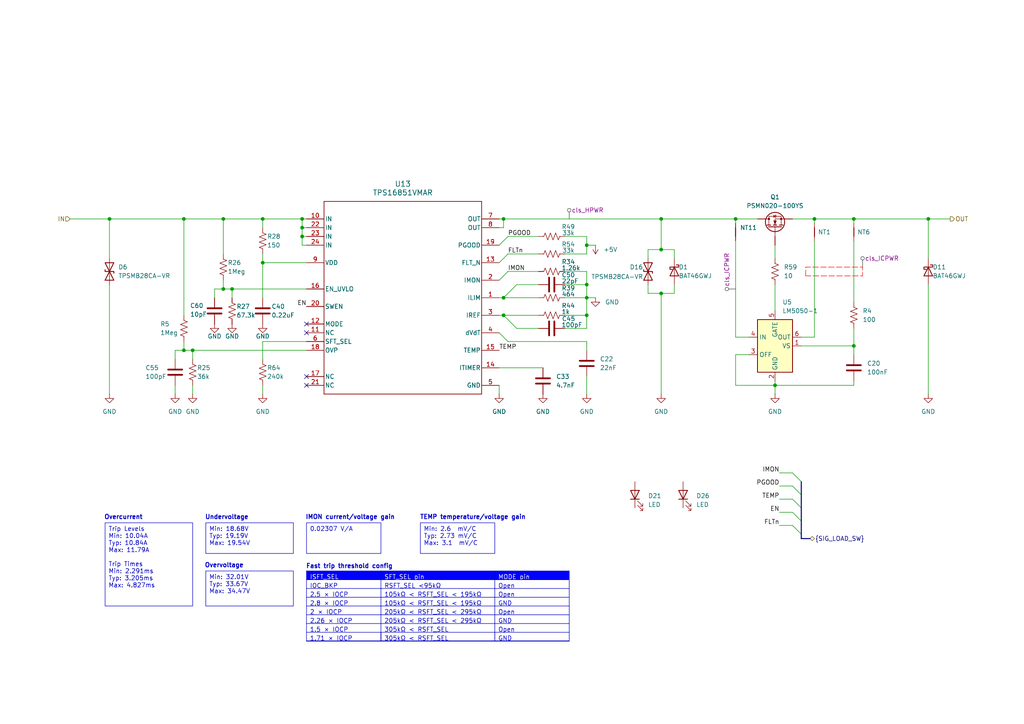
<source format=kicad_sch>
(kicad_sch (version 20250114) (generator "eeschema") (generator_version "9.0")
  (paper "A4")
  (title_block (title "Load Switch") (rev "1") (company "Solar Airplane") (comment 1 "Engineer: Ezzat Suhaime") (comment 2 "Reviewer: "))
  (bus_alias "SIG_LOAD_SW" (members "IMON" "PGOOD" "TEMP" "EN" "FLTn"))
  (text "Overvoltage" (at 65.024 164.084 0) (effects (font (size 1.27 1.27) (thickness 0.254) (bold yes))))
  (text "IMON current/voltage gain\n\n" (at 101.6 151.13 0) (effects (font (size 1.27 1.27) (thickness 0.254) (bold yes))))
  (text "Fast trip threshold config" (at 101.346 164.338 0) (effects (font (size 1.27 1.27) (thickness 0.254) (bold yes))))
  (text "Undervoltage\n" (at 65.786 150.114 0) (effects (font (size 1.27 1.27) (thickness 0.254) (bold yes))))
  (text "TEMP temperature/voltage gain\n\n" (at 137.16 151.13 0) (effects (font (size 1.27 1.27) (thickness 0.254) (bold yes))))
  (text "Overcurrent" (at 35.814 150.114 0) (effects (font (size 1.27 1.27) (thickness 0.254) (bold yes))))
  (text_box "Min: 2.6  mV/C\nTyp: 2.73 mV/C\nMax: 3.1  mV/C" (at 121.92 151.638 0) (size 21.59 8.89) (margins 0.9525 0.9525 0.9525 0.9525) (effects (font (size 1.27 1.27)) (justify left top)))
  (text_box "Min: 18.68V\nTyp: 19.19V\nMax: 19.54V\n" (at 59.69 151.638 0) (size 25.4 8.89) (margins 0.9525 0.9525 0.9525 0.9525) (effects (font (size 1.27 1.27) (thickness 0.1588)) (justify left top)))
  (text_box "Trip Levels\nMin: 10.04A\nTyp: 10.84A\nMax: 11.79A\n\nTrip Times\nMin: 2.291ms\nTyp: 3.205ms\nMax: 4.827ms" (at 30.48 151.638 0) (size 25.4 24.13) (margins 0.9525 0.9525 0.9525 0.9525) (effects (font (size 1.27 1.27) (thickness 0.1588)) (justify left top)))
  (text_box "Min: 32.01V\nTyp: 33.67V\nMax: 34.47V" (at 59.69 165.608 0) (size 25.4 10.16) (margins 0.9525 0.9525 0.9525 0.9525) (effects (font (size 1.27 1.27) (thickness 0.1588)) (justify left top)))
  (text_box "0.02307 V/A" (at 88.9 151.638 0) (size 21.59 8.89) (margins 0.9525 0.9525 0.9525 0.9525) (effects (font (size 1.27 1.27)) (justify left top)))
  (junction (at 64.77 63.5))
  (junction (at 146.05 91.44))
  (junction (at 87.63 66.04))
  (junction (at 87.63 63.5))
  (junction (at 247.65 100.33))
  (junction (at 224.79 111.76))
  (junction (at 55.88 101.6))
  (junction (at 247.65 63.5))
  (junction (at 191.77 63.5))
  (junction (at 191.77 85.09))
  (junction (at 31.75 63.5))
  (junction (at 76.2 76.2))
  (junction (at 53.34 101.6))
  (junction (at 64.77 83.82))
  (junction (at 170.18 86.36))
  (junction (at 236.22 63.5))
  (junction (at 269.24 63.5))
  (junction (at 146.05 86.36))
  (junction (at 76.2 63.5))
  (junction (at 191.77 72.39))
  (junction (at 213.36 63.5))
  (junction (at 170.18 91.44))
  (junction (at 146.05 63.5))
  (junction (at 53.34 63.5))
  (junction (at 87.63 68.58))
  (junction (at 67.31 83.82))
  (junction (at 170.18 82.55))
  (junction (at 170.18 71.12))
  (no_connect (at 88.9 96.52))
  (no_connect (at 88.9 109.22))
  (no_connect (at 88.9 111.76))
  (no_connect (at 88.9 93.98))
  (bus_entry (at 229.87 144.78) (size 2.54 2.54))
  (bus_entry (at 229.87 152.4) (size 2.54 2.54))
  (bus_entry (at 229.87 137.16) (size 2.54 2.54))
  (bus_entry (at 229.87 148.59) (size 2.54 2.54))
  (bus_entry (at 229.87 140.97) (size 2.54 2.54))
  (wire (pts (xy 170.18 86.36) (xy 172.72 86.36)))
  (wire (pts (xy 217.17 97.79) (xy 213.36 97.79)))
  (wire (pts (xy 170.18 68.58) (xy 170.18 71.12)))
  (wire (pts (xy 269.24 63.5) (xy 275.59 63.5)))
  (wire (pts (xy 144.78 66.04) (xy 146.05 66.04)))
  (wire (pts (xy 144.78 114.3) (xy 144.78 111.76)))
  (wire (pts (xy 229.87 152.4) (xy 226.06 152.4)))
  (wire (pts (xy 191.77 72.39) (xy 195.58 72.39)))
  (wire (pts (xy 224.79 111.76) (xy 247.65 111.76)))
  (wire (pts (xy 224.79 110.49) (xy 224.79 111.76)))
  (wire (pts (xy 144.78 91.44) (xy 146.05 91.44)))
  (wire (pts (xy 170.18 91.44) (xy 170.18 95.25)))
  (wire (pts (xy 144.78 96.52) (xy 147.32 99.06)))
  (wire (pts (xy 236.22 63.5) (xy 247.65 63.5)))
  (bus (pts (xy 234.95 156.21) (xy 232.41 156.21)))
  (bus (pts (xy 232.41 154.94) (xy 232.41 156.21)))
  (wire (pts (xy 31.75 82.55) (xy 31.75 114.3)))
  (wire (pts (xy 50.8 111.76) (xy 50.8 114.3)))
  (wire (pts (xy 53.34 63.5) (xy 53.34 91.44)))
  (wire (pts (xy 170.18 71.12) (xy 172.72 71.12)))
  (wire (pts (xy 50.8 101.6) (xy 50.8 104.14)))
  (wire (pts (xy 213.36 64.77) (xy 213.36 63.5)))
  (wire (pts (xy 232.41 97.79) (xy 236.22 97.79)))
  (wire (pts (xy 87.63 66.04) (xy 88.9 66.04)))
  (wire (pts (xy 50.8 101.6) (xy 53.34 101.6)))
  (wire (pts (xy 87.63 63.5) (xy 88.9 63.5)))
  (wire (pts (xy 269.24 82.55) (xy 269.24 114.3)))
  (wire (pts (xy 147.32 68.58) (xy 156.21 68.58)))
  (wire (pts (xy 170.18 109.22) (xy 170.18 114.3)))
  (wire (pts (xy 76.2 99.06) (xy 88.9 99.06)))
  (wire (pts (xy 146.05 63.5) (xy 146.05 66.04)))
  (wire (pts (xy 236.22 64.77) (xy 236.22 63.5)))
  (wire (pts (xy 217.17 102.87) (xy 213.36 102.87)))
  (wire (pts (xy 62.23 83.82) (xy 64.77 83.82)))
  (wire (pts (xy 191.77 85.09) (xy 191.77 114.3)))
  (wire (pts (xy 149.86 95.25) (xy 146.05 91.44)))
  (wire (pts (xy 87.63 68.58) (xy 87.63 71.12)))
  (wire (pts (xy 224.79 74.93) (xy 224.79 71.12)))
  (wire (pts (xy 163.83 91.44) (xy 170.18 91.44)))
  (wire (pts (xy 76.2 63.5) (xy 76.2 66.04)))
  (wire (pts (xy 146.05 91.44) (xy 156.21 91.44)))
  (wire (pts (xy 53.34 63.5) (xy 64.77 63.5)))
  (wire (pts (xy 20.32 63.5) (xy 31.75 63.5)))
  (wire (pts (xy 195.58 72.39) (xy 195.58 74.93)))
  (wire (pts (xy 76.2 76.2) (xy 76.2 86.36)))
  (wire (pts (xy 187.96 82.55) (xy 187.96 85.09)))
  (wire (pts (xy 163.83 73.66) (xy 170.18 73.66)))
  (wire (pts (xy 64.77 81.28) (xy 64.77 83.82)))
  (wire (pts (xy 76.2 104.14) (xy 76.2 99.06)))
  (wire (pts (xy 191.77 63.5) (xy 213.36 63.5)))
  (wire (pts (xy 247.65 63.5) (xy 269.24 63.5)))
  (wire (pts (xy 163.83 86.36) (xy 170.18 86.36)))
  (wire (pts (xy 170.18 86.36) (xy 170.18 91.44)))
  (wire (pts (xy 236.22 69.85) (xy 236.22 97.79)))
  (wire (pts (xy 144.78 86.36) (xy 146.05 86.36)))
  (bus (pts (xy 232.41 143.51) (xy 232.41 147.32)))
  (wire (pts (xy 163.83 68.58) (xy 170.18 68.58)))
  (wire (pts (xy 144.78 106.68) (xy 157.48 106.68)))
  (wire (pts (xy 163.83 82.55) (xy 170.18 82.55)))
  (wire (pts (xy 53.34 99.06) (xy 53.34 101.6)))
  (wire (pts (xy 146.05 86.36) (xy 156.21 86.36)))
  (wire (pts (xy 229.87 140.97) (xy 226.06 140.97)))
  (wire (pts (xy 76.2 63.5) (xy 87.63 63.5)))
  (wire (pts (xy 62.23 83.82) (xy 62.23 86.36)))
  (wire (pts (xy 224.79 82.55) (xy 224.79 90.17)))
  (wire (pts (xy 64.77 63.5) (xy 64.77 73.66)))
  (wire (pts (xy 146.05 86.36) (xy 149.86 82.55)))
  (wire (pts (xy 67.31 83.82) (xy 64.77 83.82)))
  (bus (pts (xy 232.41 147.32) (xy 232.41 151.13)))
  (wire (pts (xy 195.58 82.55) (xy 195.58 85.09)))
  (wire (pts (xy 213.36 69.85) (xy 213.36 97.79)))
  (wire (pts (xy 163.83 78.74) (xy 170.18 78.74)))
  (wire (pts (xy 170.18 71.12) (xy 170.18 73.66)))
  (wire (pts (xy 191.77 85.09) (xy 195.58 85.09)))
  (wire (pts (xy 31.75 63.5) (xy 53.34 63.5)))
  (wire (pts (xy 269.24 63.5) (xy 269.24 74.93)))
  (wire (pts (xy 224.79 111.76) (xy 224.79 114.3)))
  (wire (pts (xy 147.32 73.66) (xy 156.21 73.66)))
  (wire (pts (xy 247.65 69.85) (xy 247.65 87.63)))
  (wire (pts (xy 144.78 71.12) (xy 147.32 68.58)))
  (wire (pts (xy 247.65 63.5) (xy 247.65 64.77)))
  (wire (pts (xy 213.36 102.87) (xy 213.36 111.76)))
  (wire (pts (xy 76.2 76.2) (xy 88.9 76.2)))
  (wire (pts (xy 213.36 63.5) (xy 219.71 63.5)))
  (wire (pts (xy 170.18 99.06) (xy 170.18 101.6)))
  (wire (pts (xy 187.96 85.09) (xy 191.77 85.09)))
  (wire (pts (xy 144.78 63.5) (xy 146.05 63.5)))
  (wire (pts (xy 229.87 137.16) (xy 226.06 137.16)))
  (wire (pts (xy 187.96 72.39) (xy 191.77 72.39)))
  (wire (pts (xy 247.65 100.33) (xy 247.65 102.87)))
  (bus (pts (xy 232.41 151.13) (xy 232.41 154.94)))
  (wire (pts (xy 76.2 111.76) (xy 76.2 114.3)))
  (bus (pts (xy 232.41 139.7) (xy 232.41 143.51)))
  (wire (pts (xy 55.88 114.3) (xy 55.88 111.76)))
  (wire (pts (xy 146.05 63.5) (xy 191.77 63.5)))
  (wire (pts (xy 247.65 95.25) (xy 247.65 100.33)))
  (wire (pts (xy 149.86 95.25) (xy 156.21 95.25)))
  (wire (pts (xy 149.86 82.55) (xy 156.21 82.55)))
  (wire (pts (xy 87.63 71.12) (xy 88.9 71.12)))
  (wire (pts (xy 229.87 144.78) (xy 226.06 144.78)))
  (wire (pts (xy 55.88 101.6) (xy 55.88 104.14)))
  (wire (pts (xy 144.78 81.28) (xy 147.32 78.74)))
  (wire (pts (xy 87.63 68.58) (xy 88.9 68.58)))
  (wire (pts (xy 55.88 101.6) (xy 88.9 101.6)))
  (wire (pts (xy 163.83 95.25) (xy 170.18 95.25)))
  (wire (pts (xy 67.31 83.82) (xy 67.31 86.36)))
  (wire (pts (xy 170.18 78.74) (xy 170.18 82.55)))
  (wire (pts (xy 247.65 110.49) (xy 247.65 111.76)))
  (wire (pts (xy 76.2 73.66) (xy 76.2 76.2)))
  (wire (pts (xy 213.36 111.76) (xy 224.79 111.76)))
  (wire (pts (xy 147.32 99.06) (xy 170.18 99.06)))
  (wire (pts (xy 187.96 72.39) (xy 187.96 74.93)))
  (wire (pts (xy 170.18 82.55) (xy 170.18 86.36)))
  (wire (pts (xy 229.87 148.59) (xy 226.06 148.59)))
  (wire (pts (xy 87.63 63.5) (xy 87.63 66.04)))
  (wire (pts (xy 229.87 63.5) (xy 236.22 63.5)))
  (wire (pts (xy 232.41 100.33) (xy 247.65 100.33)))
  (wire (pts (xy 67.31 83.82) (xy 88.9 83.82)))
  (wire (pts (xy 31.75 63.5) (xy 31.75 74.93)))
  (wire (pts (xy 64.77 63.5) (xy 76.2 63.5)))
  (wire (pts (xy 87.63 66.04) (xy 87.63 68.58)))
  (wire (pts (xy 53.34 101.6) (xy 55.88 101.6)))
  (wire (pts (xy 144.78 76.2) (xy 147.32 73.66)))
  (wire (pts (xy 191.77 63.5) (xy 191.77 72.39)))
  (wire (pts (xy 147.32 78.74) (xy 156.21 78.74)))
  (table (column_count 3) (border (external yes) (header yes)) (separators (rows yes) (cols yes)) (column_widths 21.59 33.02 21.59) (row_heights 2.54 2.54 2.54 2.54 2.54 2.54 2.54 2.54 0 -2.54) (cells (table_cell "ISFT_SEL " (at 88.9 165.608 0) (size 21.59 2.54) (margins 0.9525 0.9525 0.9525 0.9525) (span 1 1) (fill (type color) (color 0 0 255 1))) (table_cell "SFT_SEL pin " (at 110.49 165.608 0) (size 33.02 2.54) (margins 0.9525 0.9525 0.9525 0.9525) (span 1 1) (fill (type color) (color 0 0 255 1))) (table_cell "MODE pin" (at 143.51 165.608 0) (size 21.59 2.54) (margins 0.9525 0.9525 0.9525 0.9525) (span 1 1) (fill (type color) (color 0 0 255 1))) (table_cell "IOC_BKP" (at 88.9 168.148 0) (size 21.59 2.54) (margins 0.9525 0.9525 0.9525 0.9525) (span 1 1)) (table_cell "RSFT_SEL <95kΩ" (at 110.49 168.148 0) (size 33.02 2.54) (margins 0.9525 0.9525 0.9525 0.9525) (span 1 1)) (table_cell "Open" (at 143.51 168.148 0) (size 21.59 2.54) (margins 0.9525 0.9525 0.9525 0.9525) (span 1 1)) (table_cell "2.5 × IOCP" (at 88.9 170.688 0) (size 21.59 2.54) (margins 0.9525 0.9525 0.9525 0.9525) (span 1 1)) (table_cell "105kΩ < RSFT_SEL < 195kΩ" (at 110.49 170.688 0) (size 33.02 2.54) (margins 0.9525 0.9525 0.9525 0.9525) (span 1 1)) (table_cell "Open" (at 143.51 170.688 0) (size 21.59 2.54) (margins 0.9525 0.9525 0.9525 0.9525) (span 1 1)) (table_cell "2.8 × IOCP" (at 88.9 173.228 0) (size 21.59 2.54) (margins 0.9525 0.9525 0.9525 0.9525) (span 1 1)) (table_cell "105kΩ < RSFT_SEL < 195kΩ" (at 110.49 173.228 0) (size 33.02 2.54) (margins 0.9525 0.9525 0.9525 0.9525) (span 1 1)) (table_cell "GND" (at 143.51 173.228 0) (size 21.59 2.54) (margins 0.9525 0.9525 0.9525 0.9525) (span 1 1)) (table_cell "2 × IOCP" (at 88.9 175.768 0) (size 21.59 2.54) (margins 0.9525 0.9525 0.9525 0.9525) (span 1 1)) (table_cell "205kΩ < RSFT_SEL < 295kΩ" (at 110.49 175.768 0) (size 33.02 2.54) (margins 0.9525 0.9525 0.9525 0.9525) (span 1 1)) (table_cell "Open" (at 143.51 175.768 0) (size 21.59 2.54) (margins 0.9525 0.9525 0.9525 0.9525) (span 1 1)) (table_cell "2.26 × IOCP" (at 88.9 178.308 0) (size 21.59 2.54) (margins 0.9525 0.9525 0.9525 0.9525) (span 1 1)) (table_cell "205kΩ < RSFT_SEL < 295kΩ " (at 110.49 178.308 0) (size 33.02 2.54) (margins 0.9525 0.9525 0.9525 0.9525) (span 1 1)) (table_cell "GND" (at 143.51 178.308 0) (size 21.59 2.54) (margins 0.9525 0.9525 0.9525 0.9525) (span 1 1)) (table_cell "1.5 × IOCP" (at 88.9 180.848 0) (size 21.59 2.54) (margins 0.9525 0.9525 0.9525 0.9525) (span 1 1)) (table_cell "305kΩ < RSFT_SEL " (at 110.49 180.848 0) (size 33.02 2.54) (margins 0.9525 0.9525 0.9525 0.9525) (span 1 1)) (table_cell "Open" (at 143.51 180.848 0) (size 21.59 2.54) (margins 0.9525 0.9525 0.9525 0.9525) (span 1 1)) (table_cell "1.71 × IOCP" (at 88.9 183.388 0) (size 21.59 2.54) (margins 0.9525 0.9525 0.9525 0.9525) (span 1 1)) (table_cell "305kΩ < RSFT_SEL" (at 110.49 183.388 0) (size 33.02 2.54) (margins 0.9525 0.9525 0.9525 0.9525) (span 1 1)) (table_cell "GND" (at 143.51 183.388 0) (size 21.59 2.54) (margins 0.9525 0.9525 0.9525 0.9525) (span 1 1)) (table_cell "" (at 88.9 185.928 0) (size 21.59 0) (margins 0.9525 0.9525 0.9525 0.9525) (span 1 1)) (table_cell "" (at 110.49 185.928 0) (size 33.02 0) (margins 0.9525 0.9525 0.9525 0.9525) (span 1 1)) (table_cell "" (at 143.51 185.928 0) (size 21.59 0) (margins 0.9525 0.9525 0.9525 0.9525) (span 1 1)) (table_cell "" (at 88.9 185.928 0) (size 21.59 -2.54) (margins 0.9525 0.9525 0.9525 0.9525) (span 1 1)) (table_cell "" (at 110.49 185.928 0) (size 33.02 -2.54) (margins 0.9525 0.9525 0.9525 0.9525) (span 1 1)) (table_cell "" (at 143.51 185.928 0) (size 21.59 -2.54) (margins 0.9525 0.9525 0.9525 0.9525) (span 1 1))))
  (label "TEMP" (at 226.06 144.78 180))
  (label "PGOOD" (at 147.32 68.58 0))
  (label "FLTn" (at 226.06 152.4 180))
  (label "IMON" (at 147.32 78.74 0))
  (label "IMON" (at 226.06 137.16 180))
  (label "PGOOD" (at 226.06 140.97 180))
  (label "FLTn" (at 147.32 73.66 0))
  (label "EN" (at 226.06 148.59 180))
  (label "TEMP" (at 144.78 101.6 0))
  (label "EN" (at 88.9 88.9 180))
  (hierarchical_label "{SIG_LOAD_SW}" (shape bidirectional) (at 234.95 156.21 0))
  (hierarchical_label "IN" (shape input) (at 20.32 63.5 180))
  (hierarchical_label "OUT" (shape output) (at 275.59 63.5 0))
  (rule_area (polyline (pts (xy 233.68 80.01) (xy 233.68 77.47) (xy 250.19 77.47) (xy 250.19 80.01)) (stroke (width 0) (type dash))))
  (netclass_flag "" (length 2.54) (shape round) (at 250.19 77.47 0) (property "Netclass" "cls_ICPWR" (at 250.8885 74.93 0) (effects (justify left))))
  (netclass_flag "" (length 2.54) (shape round) (at 213.36 83.82 90) (property "Netclass" "cls_ICPWR" (at 210.82 83.1215 90) (effects (justify left))))
  (netclass_flag "" (length 2.54) (shape round) (at 165.1 63.5 0) (property "Netclass" "cls_HPWR" (at 165.7985 60.96 0) (effects (justify left))))
  (symbol (lib_id "power:GND") (at 172.72 86.36 0) (unit 1)
    (property "Reference" "#PWR056" (effects (hide yes)))
    (property "Value" "GND" (at 177.546 87.63 0))
    (property "Description" "Power symbol creates a global label with name \"GND\" , ground" (effects (hide yes)))
    (instances (project "PowerBoard" (path "" (reference "#PWR056") (unit 1)) (path "" (reference "#PWR060") (unit 1)) (path "" (reference "#PWR059") (unit 1)) (path "" (reference "#PWR057") (unit 1)) (path "" (reference "#PWR058") (unit 1))))
  )
  (symbol (lib_id "Device:D_TVS") (at 31.75 78.74 90) (unit 1)
    (property "Reference" "D6" (at 34.29 77.4699 90) (effects (justify right)))
    (property "Value" "TPSMB28CA-VR" (at 34.29 80.0099 90) (effects (justify right)))
    (property "Footprint" "Diode_SMD:D_SMB" (effects (hide yes)))
    (property "Datasheet" "https://www.littelfuse.com/assetdocs/littelfuse_tvs_diode_tpsmb_vr_datasheet.pdf?assetguid=59f7438c-3ad2-4783-8b9d-0ee7e189ef9b" (effects (hide yes)))
    (property "Description" "TVS DIODE 28VWM 45.4VC DO214AA" (effects (hide yes)))
    (property "Mfr" "Littelfuse Inc." (effects (hide yes)))
    (property "Mfr P/N" "TPSMB28CA-VR" (effects (hide yes)))
    (property "Supplier_1" "Digikey" (effects (hide yes)))
    (property "Supplier_1 P/N" "TPSMB28CA-VRTR-ND" (effects (hide yes)))
    (property "Supplier_1 Unit Price" "0.23000" (effects (hide yes)))
    (property "Supplier_1 Price @ Qty" "1" (effects (hide yes)))
    (instances (project "PowerBoard" (path "" (reference "D6") (unit 1)) (path "" (reference "D10") (unit 1)) (path "" (reference "D9") (unit 1)) (path "" (reference "D7") (unit 1)) (path "" (reference "D8") (unit 1))))
  )
  (symbol (lib_id "Device:NetTie_2") (at 213.36 67.31 90) (unit 1) (in_bom no)
    (property "Reference" "NT11" (at 214.63 66.0399 90) (effects (justify right)))
    (property "Value" "NetTie_2" (effects (hide yes)))
    (property "Description" "Net tie, 2 pins" (effects (hide yes)))
    (instances (project "PowerBoard" (path "" (reference "NT11") (unit 1)) (path "" (reference "NT15") (unit 1)) (path "" (reference "NT14") (unit 1)) (path "" (reference "NT12") (unit 1)) (path "" (reference "NT13") (unit 1))))
  )
  (symbol (lib_id "power:GND") (at 144.78 114.3 0) (unit 1)
    (property "Reference" "#PWR027" (effects (hide yes)))
    (property "Value" "GND" (at 144.78 119.38 0))
    (property "Description" "Power symbol creates a global label with name \"GND\" , ground" (effects (hide yes)))
    (instances (project "PowerBoard" (path "" (reference "#PWR027") (unit 1)) (path "" (reference "#PWR046") (unit 1)) (path "" (reference "#PWR041") (unit 1)) (path "" (reference "#PWR028") (unit 1)) (path "" (reference "#PWR037") (unit 1))))
  )
  (symbol (lib_id "Device:R_US") (at 160.02 86.36 90) (unit 1)
    (property "Reference" "R39" (at 164.846 83.566 90))
    (property "Value" "464" (at 164.846 85.344 90))
    (property "Footprint" "Resistor_SMD:R_0603_1608Metric" (effects (hide yes)))
    (property "Datasheet" "https://industrial.panasonic.com/cdbs/www-data/pdf/RDM0000/AOA0000C307.pdf" (effects (hide yes)))
    (property "Description" "RES SMD 464 OHM 0.1% 1/10W 0603" (effects (hide yes)))
    (property "Mfr" "Panasonic Electronic Components" (effects (hide yes)))
    (property "Mfr P/N" "ERA-3AEB4640V" (effects (hide yes)))
    (property "Supplier_1" "Digikey" (effects (hide yes)))
    (property "Supplier_1 P/N" "10-ERA-3AEB4640VTR-ND" (effects (hide yes)))
    (property "Supplier_1 Unit Price" "0.10000" (effects (hide yes)))
    (property "Supplier_1 Price @ Qty" "1" (effects (hide yes)))
    (instances (project "PowerBoard" (path "" (reference "R39") (unit 1)) (path "" (reference "R43") (unit 1)) (path "" (reference "R42") (unit 1)) (path "" (reference "R40") (unit 1)) (path "" (reference "R41") (unit 1))))
  )
  (symbol (lib_name "GND_1") (lib_id "power:GND") (at 76.2 93.98 0) (unit 1)
    (property "Reference" "#PWR071" (effects (hide yes)))
    (property "Value" "GND" (at 76.2 97.536 0))
    (property "Description" "Power symbol creates a global label with name \"GND\" , ground" (effects (hide yes)))
    (instances (project "PowerBoard" (path "" (reference "#PWR071") (unit 1)) (path "" (reference "#PWR075") (unit 1)) (path "" (reference "#PWR074") (unit 1)) (path "" (reference "#PWR072") (unit 1)) (path "" (reference "#PWR073") (unit 1))))
  )
  (symbol (lib_id "Device:C") (at 160.02 82.55 90) (unit 1)
    (property "Reference" "C50" (at 164.846 79.756 90))
    (property "Value" "22pF" (at 165.354 81.534 90))
    (property "Footprint" "Capacitor_SMD:C_0603_1608Metric" (effects (hide yes)))
    (property "Datasheet" "https://search.murata.co.jp/Ceramy/image/img/A01X/G101/ENG/GCM1885C2A220FA16-01.pdf" (effects (hide yes)))
    (property "Description" "CAP CER 22PF 100V C0G/NP0 0603" (effects (hide yes)))
    (property "Mfr" "Murata Electronics" (effects (hide yes)))
    (property "Mfr P/N" "GCM1885C2A220FA16D" (effects (hide yes)))
    (property "Supplier_1" "Digikey" (effects (hide yes)))
    (property "Supplier_1 P/N" "490-16413-2-ND" (effects (hide yes)))
    (property "Supplier_1 Unit Price" "0.14000" (effects (hide yes)))
    (property "Supplier_1 Price @ Qty" "1" (effects (hide yes)))
    (instances (project "PowerBoard" (path "" (reference "C50") (unit 1)) (path "" (reference "C54") (unit 1)) (path "" (reference "C53") (unit 1)) (path "" (reference "C51") (unit 1)) (path "" (reference "C52") (unit 1))))
  )
  (symbol (lib_id "power:GND") (at 31.75 114.3 0) (unit 1)
    (property "Reference" "#PWR091" (effects (hide yes)))
    (property "Value" "GND" (at 31.75 119.38 0))
    (property "Description" "Power symbol creates a global label with name \"GND\" , ground" (effects (hide yes)))
    (instances (project "PowerBoard" (path "" (reference "#PWR091") (unit 1)) (path "" (reference "#PWR095") (unit 1)) (path "" (reference "#PWR094") (unit 1)) (path "" (reference "#PWR092") (unit 1)) (path "" (reference "#PWR093") (unit 1))))
  )
  (symbol (lib_id "power:GND") (at 224.79 114.3 0) (unit 1)
    (property "Reference" "#PWR025" (effects (hide yes)))
    (property "Value" "GND" (at 224.79 119.38 0))
    (property "Description" "Power symbol creates a global label with name \"GND\" , ground" (effects (hide yes)))
    (instances (project "PowerBoard" (path "" (reference "#PWR025") (unit 1)) (path "" (reference "#PWR052") (unit 1)) (path "" (reference "#PWR051") (unit 1)) (path "" (reference "#PWR049") (unit 1)) (path "" (reference "#PWR050") (unit 1))))
  )
  (symbol (lib_id "Device:C") (at 160.02 95.25 90) (unit 1)
    (property "Reference" "C45" (at 166.878 92.456 90) (effects (justify left)))
    (property "Value" "100pF" (at 168.91 94.234 90) (effects (justify left)))
    (property "Footprint" "Capacitor_SMD:C_0603_1608Metric" (effects (hide yes)))
    (property "Datasheet" "https://search.murata.co.jp/Ceramy/image/img/A01X/G101/ENG/GCM1885C2A101FA16-01.pdf" (effects (hide yes)))
    (property "Description" "CAP CER 100PF 100V C0G/NP0 0603" (effects (hide yes)))
    (property "Mfr" "Murata Electronics" (effects (hide yes)))
    (property "Mfr P/N" "GCM1885C2A101FA16D" (effects (hide yes)))
    (property "Supplier_1" "Digikey" (effects (hide yes)))
    (property "Supplier_1 P/N" "490-GCM1885C2A101FA16DTR-ND" (effects (hide yes)))
    (property "Supplier_1 Unit Price" "0.14000" (effects (hide yes)))
    (property "Supplier_1 Price @ Qty" "1" (effects (hide yes)))
    (instances (project "PowerBoard" (path "" (reference "C45") (unit 1)) (path "" (reference "C49") (unit 1)) (path "" (reference "C48") (unit 1)) (path "" (reference "C46") (unit 1)) (path "" (reference "C47") (unit 1))))
  )
  (symbol (lib_id "Device:R_US") (at 247.65 91.44 180) (unit 1)
    (property "Reference" "R4" (at 250.19 90.1699 0) (effects (justify right)))
    (property "Value" "100" (at 250.19 92.7099 0) (effects (justify right)))
    (property "Footprint" "Resistor_SMD:R_0603_1608Metric" (effects (hide yes)))
    (property "Datasheet" "https://industrial.panasonic.com/cdbs/www-data/pdf/RDM0000/AOA0000C307.pdf" (effects (hide yes)))
    (property "Description" "RES SMD 100 OHM 0.1% 1/10W 0603" (effects (hide yes)))
    (property "Mfr" "Panasonic Electronic Components" (effects (hide yes)))
    (property "Mfr P/N" "ERA-3AEB101V" (effects (hide yes)))
    (property "Supplier_1" "Digikey" (effects (hide yes)))
    (property "Supplier_1 P/N" "P100DBTR-ND" (effects (hide yes)))
    (property "Supplier_1 Unit Price" "0.10000" (effects (hide yes)))
    (property "Supplier_1 Price @ Qty" "1" (effects (hide yes)))
    (instances (project "PowerBoard" (path "" (reference "R4") (unit 1)) (path "" (reference "R12") (unit 1)) (path "" (reference "R10") (unit 1)) (path "" (reference "R6") (unit 1)) (path "" (reference "R8") (unit 1))))
  )
  (symbol (lib_id "power:GND") (at 50.8 114.3 0) (unit 1)
    (property "Reference" "#PWR086" (effects (hide yes)))
    (property "Value" "GND" (at 50.8 119.38 0))
    (property "Description" "Power symbol creates a global label with name \"GND\" , ground" (effects (hide yes)))
    (instances (project "PowerBoard" (path "" (reference "#PWR086") (unit 1)) (path "" (reference "#PWR090") (unit 1)) (path "" (reference "#PWR089") (unit 1)) (path "" (reference "#PWR087") (unit 1)) (path "" (reference "#PWR088") (unit 1))))
  )
  (symbol (lib_id "Device:R_US") (at 224.79 78.74 0) (unit 1)
    (property "Reference" "R59" (at 227.33 77.4699 0) (effects (justify left)))
    (property "Value" "10" (at 227.33 80.0099 0) (effects (justify left)))
    (property "Footprint" "Resistor_SMD:R_1206_3216Metric" (effects (hide yes)))
    (property "Datasheet" "https://www.seielect.com/catalog/sei-rtan.pdf" (effects (hide yes)))
    (property "Description" "RES 10 OHM 0.1% 2/5W 1206" (effects (hide yes)))
    (property "Mfr" "Stackpole Electronics Inc" (effects (hide yes)))
    (property "Mfr P/N" "RTAN1206BKE10R0" (effects (hide yes)))
    (property "Supplier_1" "Digikey" (effects (hide yes)))
    (property "Supplier_1 P/N" "RTAN1206BKE10R0TR-ND" (effects (hide yes)))
    (property "Supplier_1 Unit Price" "0.42000" (effects (hide yes)))
    (property "Supplier_1 Price @ Qty" "1" (effects (hide yes)))
    (instances (project "PowerBoard" (path "" (reference "R59") (unit 1)) (path "" (reference "R63") (unit 1)) (path "" (reference "R62") (unit 1)) (path "" (reference "R60") (unit 1)) (path "" (reference "R61") (unit 1))))
  )
  (symbol (lib_id "power:GND") (at 191.77 114.3 0) (unit 1)
    (property "Reference" "#PWR066" (effects (hide yes)))
    (property "Value" "GND" (at 191.77 119.38 0))
    (property "Description" "Power symbol creates a global label with name \"GND\" , ground" (effects (hide yes)))
    (instances (project "PowerBoard" (path "" (reference "#PWR066") (unit 1)) (path "" (reference "#PWR070") (unit 1)) (path "" (reference "#PWR069") (unit 1)) (path "" (reference "#PWR067") (unit 1)) (path "" (reference "#PWR068") (unit 1))))
  )
  (symbol (lib_id "Device:R_US") (at 64.77 77.47 0) (unit 1)
    (property "Reference" "R26" (at 66.04 76.2 0) (effects (justify left)))
    (property "Value" "1Meg" (at 66.04 78.74 0) (effects (justify left)))
    (property "Footprint" "Resistor_SMD:R_0603_1608Metric" (effects (hide yes)))
    (property "Datasheet" "https://www.seielect.com/catalog/sei-rncf.pdf" (effects (hide yes)))
    (property "Description" "RES SMD 1M OHM 0.1% 1/10W 0603" (effects (hide yes)))
    (property "Mfr" "Stackpole Electronics Inc" (effects (hide yes)))
    (property "Mfr P/N" "RNCF0603BKC1M00" (effects (hide yes)))
    (property "Supplier_1" "Digikey" (effects (hide yes)))
    (property "Supplier_1 P/N" "RNCF0603BKC1M00TR-ND" (effects (hide yes)))
    (property "Supplier_1 Unit Price" "0.11000" (effects (hide yes)))
    (property "Supplier_1 Price @ Qty" "1" (effects (hide yes)))
    (instances (project "PowerBoard" (path "" (reference "R26") (unit 1)) (path "" (reference "R21") (unit 1)) (path "" (reference "R9") (unit 1)) (path "" (reference "R31") (unit 1)) (path "" (reference "R16") (unit 1))))
  )
  (symbol (lib_id "Device:R_US") (at 160.02 73.66 90) (unit 1)
    (property "Reference" "R54" (at 164.846 70.866 90))
    (property "Value" "33k" (at 164.846 72.644 90))
    (property "Footprint" "Resistor_SMD:R_0603_1608Metric" (effects (hide yes)))
    (property "Datasheet" "https://industrial.panasonic.com/cdbs/www-data/pdf/RDM0000/AOA0000C307.pdf" (effects (hide yes)))
    (property "Description" "RES SMD 33K OHM 0.1% 1/10W 0603" (effects (hide yes)))
    (property "Mfr" "Panasonic Electronic Components" (effects (hide yes)))
    (property "Mfr P/N" "ERA-3AEB333V" (effects (hide yes)))
    (property "Supplier_1" "Digikey" (effects (hide yes)))
    (property "Supplier_1 P/N" "P33KDBTR-ND" (effects (hide yes)))
    (property "Supplier_1 Unit Price" "0.10000" (effects (hide yes)))
    (property "Supplier_1 Price @ Qty" "1" (effects (hide yes)))
    (instances (project "PowerBoard" (path "" (reference "R54") (unit 1)) (path "" (reference "R58") (unit 1)) (path "" (reference "R57") (unit 1)) (path "" (reference "R55") (unit 1)) (path "" (reference "R56") (unit 1))))
  )
  (symbol (lib_id "Device:R_US") (at 76.2 107.95 0) (unit 1)
    (property "Reference" "R64" (at 77.47 106.68 0) (effects (justify left)))
    (property "Value" "240k" (at 77.47 109.22 0) (effects (justify left)))
    (property "Footprint" "Resistor_SMD:R_0603_1608Metric" (effects (hide yes)))
    (property "Datasheet" "https://industrial.panasonic.com/cdbs/www-data/pdf/RDM0000/AOA0000C307.pdf" (effects (hide yes)))
    (property "Description" "RES SMD 240K OHM 0.1% 1/10W 0603" (effects (hide yes)))
    (property "Mfr" "Panasonic Electronic Components" (effects (hide yes)))
    (property "Mfr P/N" "ERA-3AEB244V" (effects (hide yes)))
    (property "Supplier_1" "Digikey" (effects (hide yes)))
    (property "Supplier_1 P/N" "P240KDBTR-ND" (effects (hide yes)))
    (property "Supplier_1 Unit Price" "0.10000" (effects (hide yes)))
    (property "Supplier_1 Price @ Qty" "1" (effects (hide yes)))
    (instances (project "PowerBoard" (path "" (reference "R64") (unit 1)) (path "" (reference "R68") (unit 1)) (path "" (reference "R67") (unit 1)) (path "" (reference "R65") (unit 1)) (path "" (reference "R66") (unit 1))))
  )
  (symbol (lib_name "GND_3") (lib_id "power:GND") (at 62.23 93.98 0) (unit 1)
    (property "Reference" "#PWR081" (effects (hide yes)))
    (property "Value" "GND" (at 62.23 97.536 0))
    (property "Description" "Power symbol creates a global label with name \"GND\" , ground" (effects (hide yes)))
    (instances (project "PowerBoard" (path "" (reference "#PWR081") (unit 1)) (path "" (reference "#PWR085") (unit 1)) (path "" (reference "#PWR084") (unit 1)) (path "" (reference "#PWR082") (unit 1)) (path "" (reference "#PWR083") (unit 1))))
  )
  (symbol (lib_id "power:+5V") (at 172.72 71.12 180) (unit 1)
    (property "Reference" "#PWR061" (effects (hide yes)))
    (property "Value" "+5V" (at 175.006 72.39 0) (effects (justify right)))
    (property "Description" "Power symbol creates a global label with name \"+5V\"" (effects (hide yes)))
    (instances (project "PowerBoard" (path "" (reference "#PWR061") (unit 1)) (path "" (reference "#PWR065") (unit 1)) (path "" (reference "#PWR064") (unit 1)) (path "" (reference "#PWR062") (unit 1)) (path "" (reference "#PWR063") (unit 1))))
  )
  (symbol (lib_id "Device:R_US") (at 160.02 78.74 90) (unit 1)
    (property "Reference" "R34" (at 164.846 75.946 90))
    (property "Value" "1.26k" (at 165.608 77.724 90))
    (property "Footprint" "Resistor_SMD:R_0603_1608Metric" (effects (hide yes)))
    (property "Datasheet" "https://www.koaspeer.com/pdfs/RN73R.pdf" (effects (hide yes)))
    (property "Description" "RES 1.26K OHM 0.1% 1/10W 0603" (effects (hide yes)))
    (property "Mfr" "KOA Speer Electronics, Inc." (effects (hide yes)))
    (property "Mfr P/N" "RN73R1JTTD1261B25" (effects (hide yes)))
    (property "Supplier_1" "Digikey" (effects (hide yes)))
    (property "Supplier_1 P/N" "2019-RN73R1JTTD1261B25TR-ND" (effects (hide yes)))
    (property "Supplier_1 Unit Price" "0.12000" (effects (hide yes)))
    (property "Supplier_1 Price @ Qty" "1" (effects (hide yes)))
    (instances (project "PowerBoard" (path "" (reference "R34") (unit 1)) (path "" (reference "R38") (unit 1)) (path "" (reference "R37") (unit 1)) (path "" (reference "R35") (unit 1)) (path "" (reference "R36") (unit 1))))
  )
  (symbol (lib_id "Device:LED") (at 198.12 143.51 90) (unit 1)
    (property "Reference" "D26" (at 201.93 143.8274 90) (effects (justify right)))
    (property "Value" "LED" (at 201.93 146.3674 90) (effects (justify right)))
    (property "Description" "Light emitting diode" (effects (hide yes)))
    (property "Sim.Pins" "1=K 2=A" (effects (hide yes)))
    (instances (project "PowerBoard" (path "" (reference "D26") (unit 1)) (path "" (reference "D30") (unit 1)) (path "" (reference "D29") (unit 1)) (path "" (reference "D27") (unit 1)) (path "" (reference "D28") (unit 1))))
  )
  (symbol (lib_id "Device:C") (at 62.23 90.17 0) (unit 1)
    (property "Reference" "C60" (at 55.118 88.646 0) (effects (justify left)))
    (property "Value" "10pF" (at 55.118 91.186 0) (effects (justify left)))
    (property "Footprint" "Capacitor_SMD:C_0603_1608Metric" (effects (hide yes)))
    (property "Datasheet" "https://search.murata.co.jp/Ceramy/image/img/A01X/G101/ENG/GCM1885C2A100FA16-01.pdf" (effects (hide yes)))
    (property "Description" "CAP CER 10PF 100V C0G/NP0 0603" (effects (hide yes)))
    (property "Mfr" "Murata Electronics" (effects (hide yes)))
    (property "Mfr P/N" "GCM1885C2A100FA16D" (effects (hide yes)))
    (property "Supplier_1" "Digikey" (effects (hide yes)))
    (property "Supplier_1 P/N" "490-GCM1885C2A100FA16DTR-ND" (effects (hide yes)))
    (property "Supplier_1 Unit Price" "0.14000" (effects (hide yes)))
    (property "Supplier_1 Price @ Qty" "1" (effects (hide yes)))
    (instances (project "PowerBoard" (path "" (reference "C60") (unit 1)) (path "" (reference "C64") (unit 1)) (path "" (reference "C63") (unit 1)) (path "" (reference "C61") (unit 1)) (path "" (reference "C62") (unit 1))))
  )
  (symbol (lib_id "power:GND") (at 55.88 114.3 0) (unit 1)
    (property "Reference" "#PWR033" (effects (hide yes)))
    (property "Value" "GND" (at 55.88 119.38 0))
    (property "Description" "Power symbol creates a global label with name \"GND\" , ground" (effects (hide yes)))
    (instances (project "PowerBoard" (path "" (reference "#PWR033") (unit 1)) (path "" (reference "#PWR044") (unit 1)) (path "" (reference "#PWR026") (unit 1)) (path "" (reference "#PWR034") (unit 1)) (path "" (reference "#PWR035") (unit 1))))
  )
  (symbol (lib_id "Device:R_US") (at 160.02 68.58 90) (unit 1)
    (property "Reference" "R49" (at 164.846 65.786 90))
    (property "Value" "33k" (at 164.846 67.564 90))
    (property "Footprint" "Resistor_SMD:R_0603_1608Metric" (effects (hide yes)))
    (property "Datasheet" "https://industrial.panasonic.com/cdbs/www-data/pdf/RDM0000/AOA0000C307.pdf" (effects (hide yes)))
    (property "Description" "RES SMD 33K OHM 0.1% 1/10W 0603" (effects (hide yes)))
    (property "Mfr" "Panasonic Electronic Components" (effects (hide yes)))
    (property "Mfr P/N" "ERA-3AEB333V" (effects (hide yes)))
    (property "Supplier_1" "Digikey" (effects (hide yes)))
    (property "Supplier_1 P/N" "P33KDBTR-ND" (effects (hide yes)))
    (property "Supplier_1 Unit Price" "0.10000" (effects (hide yes)))
    (property "Supplier_1 Price @ Qty" "1" (effects (hide yes)))
    (instances (project "PowerBoard" (path "" (reference "R49") (unit 1)) (path "" (reference "R53") (unit 1)) (path "" (reference "R52") (unit 1)) (path "" (reference "R50") (unit 1)) (path "" (reference "R51") (unit 1))))
  )
  (symbol (lib_id "_TPS1685:PTPS16850VMAR") (at 88.9 63.5 0) (unit 1)
    (property "Reference" "U13" (at 116.84 53.34 0) (effects (font (size 1.524 1.524))))
    (property "Value" "TPS16851VMAR" (at 116.84 55.88 0) (effects (font (size 1.524 1.524))))
    (property "Footprint" "VMA0023A-MFG" (effects (hide yes)))
    (property "Datasheet" "https://www.ti.com/lit/gpn/tps1685" (effects (hide yes)))
    (property "Description" "9V to 80V, 3.5mΩ, 20A stackable integrated hot swap (eFuse) with accurate and fast current monitor" (effects (hide yes)))
    (property "Mfr" "Texas Instruments" (effects (hide yes)))
    (property "Mfr P/N" "TPS16851VMAR" (effects (hide yes)))
    (property "Supplier_1" "Texas Instruments" (effects (hide yes)))
    (property "Supplier_1 P/N" "TPS16851VMAR" (effects (hide yes)))
    (property "Supplier_1 Unit Price" "10.32" (effects (hide yes)))
    (property "Supplier_1 Price @ Qty" "1" (effects (hide yes)))
    (instances (project "PowerBoard" (path "" (reference "U13") (unit 1)) (path "" (reference "U8") (unit 1)) (path "" (reference "U6") (unit 1)) (path "" (reference "U14") (unit 1)) (path "" (reference "U7") (unit 1))))
  )
  (symbol (lib_id "Device:R_US") (at 160.02 91.44 90) (unit 1)
    (property "Reference" "R44" (at 164.846 88.646 90))
    (property "Value" "1k" (at 164.084 90.424 90))
    (property "Footprint" "Resistor_SMD:R_0603_1608Metric" (effects (hide yes)))
    (property "Datasheet" "https://industrial.panasonic.com/cdbs/www-data/pdf/RDM0000/AOA0000C307.pdf" (effects (hide yes)))
    (property "Description" "RES SMD 10K OHM 0.1% 1/10W 0603" (effects (hide yes)))
    (property "Mfr" "Panasonic Electronic Components" (effects (hide yes)))
    (property "Mfr P/N" "ERA-3AEB103V" (effects (hide yes)))
    (property "Supplier_1" "Digikey" (effects (hide yes)))
    (property "Supplier_1 P/N" "P10KDBTR-ND" (effects (hide yes)))
    (property "Supplier_1 Unit Price" "0.10000" (effects (hide yes)))
    (property "Supplier_1 Price @ Qty" "1" (effects (hide yes)))
    (instances (project "PowerBoard" (path "" (reference "R44") (unit 1)) (path "" (reference "R48") (unit 1)) (path "" (reference "R47") (unit 1)) (path "" (reference "R45") (unit 1)) (path "" (reference "R46") (unit 1))))
  )
  (symbol (lib_id "Device:Q_NMOS") (at 224.79 66.04 90) (unit 1)
    (property "Reference" "Q1" (at 224.79 57.15 90))
    (property "Value" "PSMN020-100YS" (at 224.79 59.69 90))
    (property "Footprint" "Package_TO_SOT_SMD:LFPAK56" (effects (hide yes)))
    (property "Datasheet" "https://assets.nexperia.com/documents/data-sheet/PSMN020-100YS.pdf" (effects (hide yes)))
    (property "Description" "MOSFET N-CH 100V 43A LFPAK56" (effects (hide yes)))
    (property "Mfr" "Nexperia USA Inc." (effects (hide yes)))
    (property "Mfr P/N" "PSMN020-100YS,115" (effects (hide yes)))
    (property "Supplier_1" "Digikey" (effects (hide yes)))
    (property "Supplier_1 P/N" "1727-4286-2-ND" (effects (hide yes)))
    (property "Supplier_1 Unit Price" "1.42000" (effects (hide yes)))
    (property "Supplier_1 Price @ Qty" "1" (effects (hide yes)))
    (instances (project "PowerBoard" (path "" (reference "Q1") (unit 1)) (path "" (reference "Q5") (unit 1)) (path "" (reference "Q4") (unit 1)) (path "" (reference "Q2") (unit 1)) (path "" (reference "Q3") (unit 1))))
  )
  (symbol (lib_id "power:GND") (at 157.48 114.3 0) (unit 1)
    (property "Reference" "#PWR029" (effects (hide yes)))
    (property "Value" "GND" (at 157.48 119.38 0))
    (property "Description" "Power symbol creates a global label with name \"GND\" , ground" (effects (hide yes)))
    (instances (project "PowerBoard" (path "" (reference "#PWR029") (unit 1)) (path "" (reference "#PWR047") (unit 1)) (path "" (reference "#PWR042") (unit 1)) (path "" (reference "#PWR030") (unit 1)) (path "" (reference "#PWR038") (unit 1))))
  )
  (symbol (lib_id "Device:C") (at 247.65 106.68 0) (unit 1)
    (property "Reference" "C20" (at 251.46 105.4099 0) (effects (justify left)))
    (property "Value" "100nF" (at 251.46 107.9499 0) (effects (justify left)))
    (property "Footprint" "Capacitor_SMD:C_0805_2012Metric" (effects (hide yes)))
    (property "Datasheet" "https://datasheets.kyocera-avx.com/AutoMLCC.pdf" (effects (hide yes)))
    (property "Description" "CAP CER 0.1UF 50V X7R 0805" (effects (hide yes)))
    (property "Mfr" "KYOCERA AVX" (effects (hide yes)))
    (property "Mfr P/N" "08055C104J4T2A" (effects (hide yes)))
    (property "Supplier_1" "Digikey" (effects (hide yes)))
    (property "Supplier_1 P/N" "478-KAM21BR71H104JTTR-ND" (effects (hide yes)))
    (property "Supplier_1 Unit Price" "0.18000" (effects (hide yes)))
    (property "Supplier_1 Price @ Qty" "1" (effects (hide yes)))
    (instances (project "PowerBoard" (path "" (reference "C20") (unit 1)) (path "" (reference "C32") (unit 1)) (path "" (reference "C31") (unit 1)) (path "" (reference "C29") (unit 1)) (path "" (reference "C30") (unit 1))))
  )
  (symbol (lib_id "Device:D_Schottky") (at 195.58 78.74 270) (unit 1)
    (property "Reference" "D1" (at 196.85 77.47 90) (effects (justify left)))
    (property "Value" "BAT46GWJ" (at 196.85 80.01 90) (effects (justify left)))
    (property "Footprint" "Diode_SMD:D_SOD-123" (effects (hide yes)))
    (property "Datasheet" "https://assets.nexperia.com/documents/data-sheet/BAT46GW.pdf" (effects (hide yes)))
    (property "Description" "DIODE SCHOTTKY 100V 250MA SOD123" (effects (hide yes)))
    (property "Mfr" "Nexperia USA Inc." (effects (hide yes)))
    (property "Mfr P/N" "BAT46GWJ" (effects (hide yes)))
    (property "Supplier_1" "Digikey" (effects (hide yes)))
    (property "Supplier_1 P/N" "1727-7326-2-ND" (effects (hide yes)))
    (property "Supplier_1 Unit Price" "1" (effects (hide yes)))
    (property "Supplier_1 Price @ Qty" "0.19000" (effects (hide yes)))
    (instances (project "PowerBoard" (path "" (reference "D1") (unit 1)) (path "" (reference "D5") (unit 1)) (path "" (reference "D4") (unit 1)) (path "" (reference "D2") (unit 1)) (path "" (reference "D3") (unit 1))))
  )
  (symbol (lib_id "Power_Management:LM5050-1") (at 224.79 100.33 0) (unit 1)
    (property "Reference" "U5" (at 226.9333 87.63 0) (effects (justify left)))
    (property "Value" "LM5050-1" (at 226.9333 90.17 0) (effects (justify left)))
    (property "Footprint" "Package_TO_SOT_SMD:TSOT-23-6" (effects (hide yes)))
    (property "Datasheet" "http://www.ti.com/lit/ds/symlink/lm5050-1-q1.pdf" (effects (hide yes)))
    (property "Description" "High side OR-ing FET controller, 5V to 75V operation, TSOT-23-6" (effects (hide yes)))
    (instances (project "PowerBoard" (path "" (reference "U5") (unit 1)) (path "" (reference "U12") (unit 1)) (path "" (reference "U11") (unit 1)) (path "" (reference "U9") (unit 1)) (path "" (reference "U10") (unit 1))))
  )
  (symbol (lib_name "GND_2") (lib_id "power:GND") (at 67.31 93.98 0) (unit 1)
    (property "Reference" "#PWR0101" (effects (hide yes)))
    (property "Value" "GND" (at 67.31 97.536 0))
    (property "Description" "Power symbol creates a global label with name \"GND\" , ground" (effects (hide yes)))
    (instances (project "PowerBoard" (path "" (reference "#PWR0101") (unit 1)) (path "" (reference "#PWR045") (unit 1)) (path "" (reference "#PWR040") (unit 1)) (path "" (reference "#PWR0114") (unit 1)) (path "" (reference "#PWR036") (unit 1))))
  )
  (symbol (lib_id "Device:R_US") (at 53.34 95.25 0) (unit 1)
    (property "Reference" "R5" (at 46.482 93.98 0) (effects (justify left)))
    (property "Value" "1Meg" (at 46.482 96.52 0) (effects (justify left)))
    (property "Footprint" "Resistor_SMD:R_0603_1608Metric" (effects (hide yes)))
    (property "Datasheet" "https://www.seielect.com/catalog/sei-rncf.pdf" (effects (hide yes)))
    (property "Description" "RES SMD 1M OHM 0.1% 1/10W 0603" (effects (hide yes)))
    (property "Mfr" "Stackpole Electronics Inc" (effects (hide yes)))
    (property "Mfr P/N" "RNCF0603BKC1M00" (effects (hide yes)))
    (property "Supplier_1" "Digikey" (effects (hide yes)))
    (property "Supplier_1 P/N" "RNCF0603BKC1M00TR-ND" (effects (hide yes)))
    (property "Supplier_1 Unit Price" "0.11000" (effects (hide yes)))
    (property "Supplier_1 Price @ Qty" "1" (effects (hide yes)))
    (instances (project "PowerBoard" (path "" (reference "R5") (unit 1)) (path "" (reference "R29") (unit 1)) (path "" (reference "R24") (unit 1)) (path "" (reference "R14") (unit 1)) (path "" (reference "R19") (unit 1))))
  )
  (symbol (lib_id "Device:C") (at 50.8 107.95 0) (unit 1)
    (property "Reference" "C55" (at 42.164 106.68 0) (effects (justify left)))
    (property "Value" "100pF" (at 42.164 109.22 0) (effects (justify left)))
    (property "Footprint" "Capacitor_SMD:C_0603_1608Metric" (effects (hide yes)))
    (property "Datasheet" "https://search.murata.co.jp/Ceramy/image/img/A01X/G101/ENG/GCM1885C2A101FA16-01.pdf" (effects (hide yes)))
    (property "Description" "CAP CER 100PF 100V C0G/NP0 0603" (effects (hide yes)))
    (property "Mfr" "Murata Electronics" (effects (hide yes)))
    (property "Mfr P/N" "GCM1885C2A101FA16D" (effects (hide yes)))
    (property "Supplier_1" "Digikey" (effects (hide yes)))
    (property "Supplier_1 P/N" "490-GCM1885C2A101FA16DTR-ND" (effects (hide yes)))
    (property "Supplier_1 Unit Price" "0.14000" (effects (hide yes)))
    (property "Supplier_1 Price @ Qty" "1" (effects (hide yes)))
    (instances (project "PowerBoard" (path "" (reference "C55") (unit 1)) (path "" (reference "C59") (unit 1)) (path "" (reference "C58") (unit 1)) (path "" (reference "C56") (unit 1)) (path "" (reference "C57") (unit 1))))
  )
  (symbol (lib_id "Device:R_US") (at 55.88 107.95 0) (unit 1)
    (property "Reference" "R25" (at 57.15 106.68 0) (effects (justify left)))
    (property "Value" "36k" (at 57.15 109.22 0) (effects (justify left)))
    (property "Footprint" "Resistor_SMD:R_0603_1608Metric" (effects (hide yes)))
    (property "Datasheet" "https://industrial.panasonic.com/cdbs/www-data/pdf/RDM0000/AOA0000C307.pdf" (effects (hide yes)))
    (property "Description" "RES SMD 36K OHM 0.1% 1/10W 0603" (effects (hide yes)))
    (property "Mfr" "Panasonic Electronic Components" (effects (hide yes)))
    (property "Mfr P/N" "ERA-3AEB363V" (effects (hide yes)))
    (property "Supplier_1" "Digikey" (effects (hide yes)))
    (property "Supplier_1 P/N" "P36KDBTR-ND" (effects (hide yes)))
    (property "Supplier_1 Unit Price" "0.10000" (effects (hide yes)))
    (property "Supplier_1 Price @ Qty" "1" (effects (hide yes)))
    (instances (project "PowerBoard" (path "" (reference "R25") (unit 1)) (path "" (reference "R20") (unit 1)) (path "" (reference "R7") (unit 1)) (path "" (reference "R30") (unit 1)) (path "" (reference "R15") (unit 1))))
  )
  (symbol (lib_id "Device:C") (at 170.18 105.41 0) (unit 1)
    (property "Reference" "C22" (at 173.99 104.1399 0) (effects (justify left)))
    (property "Value" "22nF" (at 173.99 106.6799 0) (effects (justify left)))
    (property "Footprint" "Capacitor_SMD:C_0805_2012Metric" (effects (hide yes)))
    (property "Datasheet" "https://search.murata.co.jp/Ceramy/image/img/A01X/G101/ENG/GCM21B5C1H223FA16-01.pdf" (effects (hide yes)))
    (property "Description" "CAP CER 0.022UF 50V C0G/NP0 0805" (effects (hide yes)))
    (property "Mfr" "Murata Electronics" (effects (hide yes)))
    (property "Mfr P/N" "GCM21B5C1H223FA16L" (effects (hide yes)))
    (property "Supplier_1" "Digikey" (effects (hide yes)))
    (property "Supplier_1 P/N" "490-GCM21B5C1H223FA16LTR-ND" (effects (hide yes)))
    (property "Supplier_1 Unit Price" "0.52000" (effects (hide yes)))
    (property "Supplier_1 Price @ Qty" "1" (effects (hide yes)))
    (instances (project "PowerBoard" (path "" (reference "C22") (unit 1)) (path "" (reference "C28") (unit 1)) (path "" (reference "C26") (unit 1)) (path "" (reference "C23") (unit 1)) (path "" (reference "C25") (unit 1))))
  )
  (symbol (lib_id "Device:C") (at 157.48 110.49 0) (unit 1)
    (property "Reference" "C33" (at 161.29 109.2199 0) (effects (justify left)))
    (property "Value" "4.7nF" (at 161.29 111.7599 0) (effects (justify left)))
    (property "Footprint" "Resistor_SMD:R_0603_1608Metric" (effects (hide yes)))
    (property "Datasheet" "https://search.murata.co.jp/Ceramy/image/img/A01X/G101/ENG/GCM1885C2A471FA16-01.pdf" (effects (hide yes)))
    (property "Description" "CAP CER 470PF 100V C0G/NP0 0603" (effects (hide yes)))
    (property "Mfr" "Murata Electronics" (effects (hide yes)))
    (property "Mfr P/N" "GCM1885C2A471FA16D" (effects (hide yes)))
    (property "Supplier_1" "Digikey" (effects (hide yes)))
    (property "Supplier_1 P/N" "490-GCM1885C2A471FA16DTR-ND" (effects (hide yes)))
    (property "Supplier_1 Unit Price" "0.16000" (effects (hide yes)))
    (property "Supplier_1 Price @ Qty" "1" (effects (hide yes)))
    (instances (project "PowerBoard" (path "" (reference "C33") (unit 1)) (path "" (reference "C27") (unit 1)) (path "" (reference "C21") (unit 1)) (path "" (reference "C34") (unit 1)) (path "" (reference "C24") (unit 1))))
  )
  (symbol (lib_id "Device:LED") (at 184.15 143.51 90) (unit 1)
    (property "Reference" "D21" (at 187.96 143.8274 90) (effects (justify right)))
    (property "Value" "LED" (at 187.96 146.3674 90) (effects (justify right)))
    (property "Description" "Light emitting diode" (effects (hide yes)))
    (property "Sim.Pins" "1=K 2=A" (effects (hide yes)))
    (instances (project "PowerBoard" (path "" (reference "D21") (unit 1)) (path "" (reference "D25") (unit 1)) (path "" (reference "D24") (unit 1)) (path "" (reference "D22") (unit 1)) (path "" (reference "D23") (unit 1))))
  )
  (symbol (lib_id "Device:D_Schottky") (at 269.24 78.74 270) (unit 1)
    (property "Reference" "D11" (at 270.51 77.47 90) (effects (justify left)))
    (property "Value" "BAT46GWJ" (at 270.51 80.01 90) (effects (justify left)))
    (property "Footprint" "Diode_SMD:D_SOD-123" (effects (hide yes)))
    (property "Datasheet" "https://assets.nexperia.com/documents/data-sheet/BAT46GW.pdf" (effects (hide yes)))
    (property "Description" "DIODE SCHOTTKY 100V 250MA SOD123" (effects (hide yes)))
    (property "Mfr" "Nexperia USA Inc." (effects (hide yes)))
    (property "Mfr P/N" "BAT46GWJ" (effects (hide yes)))
    (property "Supplier_1" "Digikey" (effects (hide yes)))
    (property "Supplier_1 P/N" "1727-7326-2-ND" (effects (hide yes)))
    (property "Supplier_1 Unit Price" "1" (effects (hide yes)))
    (property "Supplier_1 Price @ Qty" "0.19000" (effects (hide yes)))
    (instances (project "PowerBoard" (path "" (reference "D11") (unit 1)) (path "" (reference "D15") (unit 1)) (path "" (reference "D14") (unit 1)) (path "" (reference "D12") (unit 1)) (path "" (reference "D13") (unit 1))))
  )
  (symbol (lib_id "Device:NetTie_2") (at 236.22 67.31 90) (unit 1) (in_bom no)
    (property "Reference" "NT1" (at 237.236 67.31 90) (effects (justify right)))
    (property "Value" "NetTie_2" (effects (hide yes)))
    (property "Description" "Net tie, 2 pins" (effects (hide yes)))
    (instances (project "PowerBoard" (path "" (reference "NT1") (unit 1)) (path "" (reference "NT5") (unit 1)) (path "" (reference "NT4") (unit 1)) (path "" (reference "NT2") (unit 1)) (path "" (reference "NT3") (unit 1))))
  )
  (symbol (lib_id "Device:R_US") (at 67.31 90.17 0) (unit 1)
    (property "Reference" "R27" (at 68.58 88.9 0) (effects (justify left)))
    (property "Value" "67.3k" (at 68.58 91.44 0) (effects (justify left)))
    (property "Footprint" "Resistor_SMD:R_0603_1608Metric" (effects (hide yes)))
    (property "Datasheet" "https://www.koaspeer.com/pdfs/RN73R.pdf" (effects (hide yes)))
    (property "Description" "RES 67.3K OHM 0.1% 1/10W 0603" (effects (hide yes)))
    (property "Mfr" "KOA Speer Electronics, Inc." (effects (hide yes)))
    (property "Mfr P/N" "RN73R1JTTD6732B25" (effects (hide yes)))
    (property "Supplier_1" "Digikey" (effects (hide yes)))
    (property "Supplier_1 P/N" "2019-RN73R1JTTD6732B25TR-ND" (effects (hide yes)))
    (property "Supplier_1 Unit Price" "0.12000" (effects (hide yes)))
    (property "Supplier_1 Price @ Qty" "1" (effects (hide yes)))
    (instances (project "PowerBoard" (path "" (reference "R27") (unit 1)) (path "" (reference "R22") (unit 1)) (path "" (reference "R11") (unit 1)) (path "" (reference "R32") (unit 1)) (path "" (reference "R17") (unit 1))))
  )
  (symbol (lib_id "power:GND") (at 269.24 114.3 0) (unit 1)
    (property "Reference" "#PWR096" (effects (hide yes)))
    (property "Value" "GND" (at 269.24 119.38 0))
    (property "Description" "Power symbol creates a global label with name \"GND\" , ground" (effects (hide yes)))
    (instances (project "PowerBoard" (path "" (reference "#PWR096") (unit 1)) (path "" (reference "#PWR0100") (unit 1)) (path "" (reference "#PWR099") (unit 1)) (path "" (reference "#PWR097") (unit 1)) (path "" (reference "#PWR098") (unit 1))))
  )
  (symbol (lib_id "Device:R_US") (at 76.2 69.85 0) (unit 1)
    (property "Reference" "R28" (at 77.47 68.58 0) (effects (justify left)))
    (property "Value" "150" (at 77.47 71.12 0) (effects (justify left)))
    (property "Footprint" "Resistor_SMD:R_0603_1608Metric" (effects (hide yes)))
    (property "Datasheet" "https://industrial.panasonic.com/cdbs/www-data/pdf/RDM0000/AOA0000C307.pdf" (effects (hide yes)))
    (property "Description" "RES SMD 150 OHM 0.1% 1/10W 0603" (effects (hide yes)))
    (property "Mfr" "Panasonic Electronic Components" (effects (hide yes)))
    (property "Mfr P/N" "ERA-3AEB151V" (effects (hide yes)))
    (property "Supplier_1" "Digikey" (effects (hide yes)))
    (property "Supplier_1 P/N" "P150DBTR-ND" (effects (hide yes)))
    (property "Supplier_1 Unit Price" "0.10000" (effects (hide yes)))
    (property "Supplier_1 Price @ Qty" "1" (effects (hide yes)))
    (instances (project "PowerBoard" (path "" (reference "R28") (unit 1)) (path "" (reference "R23") (unit 1)) (path "" (reference "R13") (unit 1)) (path "" (reference "R33") (unit 1)) (path "" (reference "R18") (unit 1))))
  )
  (symbol (lib_name "GND_4") (lib_id "power:GND") (at 76.2 114.3 0) (unit 1)
    (property "Reference" "#PWR076" (effects (hide yes)))
    (property "Value" "GND" (at 76.2 119.38 0))
    (property "Description" "Power symbol creates a global label with name \"GND\" , ground" (effects (hide yes)))
    (instances (project "PowerBoard" (path "" (reference "#PWR076") (unit 1)) (path "" (reference "#PWR080") (unit 1)) (path "" (reference "#PWR079") (unit 1)) (path "" (reference "#PWR077") (unit 1)) (path "" (reference "#PWR078") (unit 1))))
  )
  (symbol (lib_id "Device:C") (at 76.2 90.17 0) (unit 1)
    (property "Reference" "C40" (at 78.74 88.9 0) (effects (justify left)))
    (property "Value" "0.22uF" (at 78.74 91.44 0) (effects (justify left)))
    (property "Footprint" "Capacitor_SMD:C_0603_1608Metric" (effects (hide yes)))
    (property "Datasheet" "https://search.kemet.com/download/datasheet/C0603C221F5GACAUTO" (effects (hide yes)))
    (property "Description" "CAP CER 220PF 50V C0G/NP0 0603" (effects (hide yes)))
    (property "Mfr" "KEMET" (effects (hide yes)))
    (property "Mfr P/N" "C0603C221F5GACAUTO" (effects (hide yes)))
    (property "Supplier_1" "Digikey" (effects (hide yes)))
    (property "Supplier_1 P/N" "399-C0603C221F5GACAUTOTR-ND" (effects (hide yes)))
    (property "Supplier_1 Unit Price" "0.85000" (effects (hide yes)))
    (property "Supplier_1 Price @ Qty" "1" (effects (hide yes)))
    (instances (project "PowerBoard" (path "" (reference "C40") (unit 1)) (path "" (reference "C44") (unit 1)) (path "" (reference "C43") (unit 1)) (path "" (reference "C41") (unit 1)) (path "" (reference "C42") (unit 1))))
  )
  (symbol (lib_id "power:GND") (at 170.18 114.3 0) (unit 1)
    (property "Reference" "#PWR031" (effects (hide yes)))
    (property "Value" "GND" (at 170.18 119.38 0))
    (property "Description" "Power symbol creates a global label with name \"GND\" , ground" (effects (hide yes)))
    (instances (project "PowerBoard" (path "" (reference "#PWR031") (unit 1)) (path "" (reference "#PWR048") (unit 1)) (path "" (reference "#PWR043") (unit 1)) (path "" (reference "#PWR032") (unit 1)) (path "" (reference "#PWR039") (unit 1))))
  )
  (symbol (lib_id "Device:NetTie_2") (at 247.65 67.31 90) (unit 1) (in_bom no)
    (property "Reference" "NT6" (at 248.666 67.31 90) (effects (justify right)))
    (property "Value" "NetTie_2" (effects (hide yes)))
    (property "Description" "Net tie, 2 pins" (effects (hide yes)))
    (instances (project "PowerBoard" (path "" (reference "NT6") (unit 1)) (path "" (reference "NT10") (unit 1)) (path "" (reference "NT9") (unit 1)) (path "" (reference "NT7") (unit 1)) (path "" (reference "NT8") (unit 1))))
  )
  (symbol (lib_id "Device:D_TVS") (at 187.96 78.74 90) (unit 1)
    (property "Reference" "D16" (at 182.626 77.47 90) (effects (justify right)))
    (property "Value" "TPSMB28CA-VR" (at 171.45 80.264 90) (effects (justify right)))
    (property "Footprint" "Diode_SMD:D_SMB" (effects (hide yes)))
    (property "Datasheet" "https://www.littelfuse.com/assetdocs/littelfuse_tvs_diode_tpsmb_vr_datasheet.pdf?assetguid=59f7438c-3ad2-4783-8b9d-0ee7e189ef9b" (effects (hide yes)))
    (property "Description" "TVS DIODE 28VWM 45.4VC DO214AA" (effects (hide yes)))
    (property "Mfr" "Littelfuse Inc." (effects (hide yes)))
    (property "Mfr P/N" "TPSMB28CA-VR" (effects (hide yes)))
    (property "Supplier_1" "Digikey" (effects (hide yes)))
    (property "Supplier_1 P/N" "TPSMB28CA-VRTR-ND" (effects (hide yes)))
    (property "Supplier_1 Unit Price" "0.23000" (effects (hide yes)))
    (property "Supplier_1 Price @ Qty" "1" (effects (hide yes)))
    (instances (project "PowerBoard" (path "" (reference "D16") (unit 1)) (path "" (reference "D20") (unit 1)) (path "" (reference "D19") (unit 1)) (path "" (reference "D17") (unit 1)) (path "" (reference "D18") (unit 1))))
  )
)
</source>
